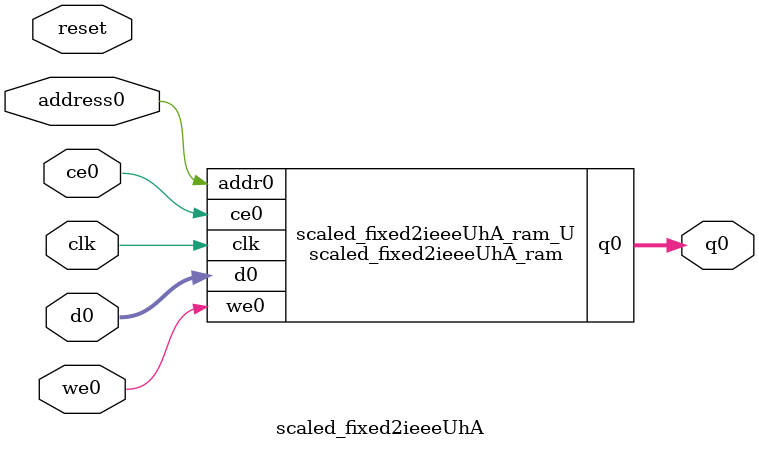
<source format=v>
`timescale 1 ns / 1 ps
module scaled_fixed2ieeeUhA_ram (addr0, ce0, d0, we0, q0,  clk);

parameter DWIDTH = 32;
parameter AWIDTH = 1;
parameter MEM_SIZE = 2;

input[AWIDTH-1:0] addr0;
input ce0;
input[DWIDTH-1:0] d0;
input we0;
output reg[DWIDTH-1:0] q0;
input clk;

(* ram_style = "distributed" *)reg [DWIDTH-1:0] ram[0:MEM_SIZE-1];




always @(posedge clk)  
begin 
    if (ce0) 
    begin
        if (we0) 
        begin 
            ram[addr0] <= d0; 
        end 
        q0 <= ram[addr0];
    end
end


endmodule

`timescale 1 ns / 1 ps
module scaled_fixed2ieeeUhA(
    reset,
    clk,
    address0,
    ce0,
    we0,
    d0,
    q0);

parameter DataWidth = 32'd32;
parameter AddressRange = 32'd2;
parameter AddressWidth = 32'd1;
input reset;
input clk;
input[AddressWidth - 1:0] address0;
input ce0;
input we0;
input[DataWidth - 1:0] d0;
output[DataWidth - 1:0] q0;



scaled_fixed2ieeeUhA_ram scaled_fixed2ieeeUhA_ram_U(
    .clk( clk ),
    .addr0( address0 ),
    .ce0( ce0 ),
    .we0( we0 ),
    .d0( d0 ),
    .q0( q0 ));

endmodule


</source>
